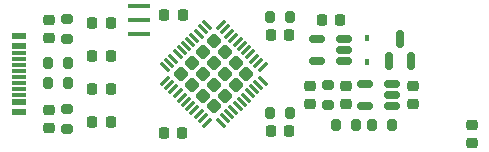
<source format=gtp>
%TF.GenerationSoftware,KiCad,Pcbnew,(6.0.0-0)*%
%TF.CreationDate,2023-05-28T12:50:48+10:00*%
%TF.ProjectId,atmega32u4-dev,61746d65-6761-4333-9275-342d6465762e,v1.0.0*%
%TF.SameCoordinates,Original*%
%TF.FileFunction,Paste,Top*%
%TF.FilePolarity,Positive*%
%FSLAX46Y46*%
G04 Gerber Fmt 4.6, Leading zero omitted, Abs format (unit mm)*
G04 Created by KiCad (PCBNEW (6.0.0-0)) date 2023-05-28 12:50:48*
%MOMM*%
%LPD*%
G01*
G04 APERTURE LIST*
G04 Aperture macros list*
%AMRoundRect*
0 Rectangle with rounded corners*
0 $1 Rounding radius*
0 $2 $3 $4 $5 $6 $7 $8 $9 X,Y pos of 4 corners*
0 Add a 4 corners polygon primitive as box body*
4,1,4,$2,$3,$4,$5,$6,$7,$8,$9,$2,$3,0*
0 Add four circle primitives for the rounded corners*
1,1,$1+$1,$2,$3*
1,1,$1+$1,$4,$5*
1,1,$1+$1,$6,$7*
1,1,$1+$1,$8,$9*
0 Add four rect primitives between the rounded corners*
20,1,$1+$1,$2,$3,$4,$5,0*
20,1,$1+$1,$4,$5,$6,$7,0*
20,1,$1+$1,$6,$7,$8,$9,0*
20,1,$1+$1,$8,$9,$2,$3,0*%
G04 Aperture macros list end*
%ADD10RoundRect,0.225000X0.250000X-0.225000X0.250000X0.225000X-0.250000X0.225000X-0.250000X-0.225000X0*%
%ADD11RoundRect,0.225000X-0.250000X0.225000X-0.250000X-0.225000X0.250000X-0.225000X0.250000X0.225000X0*%
%ADD12RoundRect,0.218750X-0.218750X-0.256250X0.218750X-0.256250X0.218750X0.256250X-0.218750X0.256250X0*%
%ADD13RoundRect,0.150000X0.150000X-0.587500X0.150000X0.587500X-0.150000X0.587500X-0.150000X-0.587500X0*%
%ADD14RoundRect,0.200000X-0.275000X0.200000X-0.275000X-0.200000X0.275000X-0.200000X0.275000X0.200000X0*%
%ADD15RoundRect,0.200000X0.200000X0.275000X-0.200000X0.275000X-0.200000X-0.275000X0.200000X-0.275000X0*%
%ADD16RoundRect,0.225000X0.225000X0.250000X-0.225000X0.250000X-0.225000X-0.250000X0.225000X-0.250000X0*%
%ADD17RoundRect,0.250000X0.000000X0.388909X-0.388909X0.000000X0.000000X-0.388909X0.388909X0.000000X0*%
%ADD18RoundRect,0.062500X0.291682X0.380070X-0.380070X-0.291682X-0.291682X-0.380070X0.380070X0.291682X0*%
%ADD19RoundRect,0.062500X-0.291682X0.380070X-0.380070X0.291682X0.291682X-0.380070X0.380070X-0.291682X0*%
%ADD20RoundRect,0.200000X0.275000X-0.200000X0.275000X0.200000X-0.275000X0.200000X-0.275000X-0.200000X0*%
%ADD21RoundRect,0.200000X-0.200000X-0.275000X0.200000X-0.275000X0.200000X0.275000X-0.200000X0.275000X0*%
%ADD22RoundRect,0.218750X0.256250X-0.218750X0.256250X0.218750X-0.256250X0.218750X-0.256250X-0.218750X0*%
%ADD23RoundRect,0.150000X0.512500X0.150000X-0.512500X0.150000X-0.512500X-0.150000X0.512500X-0.150000X0*%
%ADD24RoundRect,0.225000X-0.225000X-0.250000X0.225000X-0.250000X0.225000X0.250000X-0.225000X0.250000X0*%
%ADD25R,1.900000X0.400000*%
%ADD26R,0.450000X0.600000*%
%ADD27R,1.160000X0.600000*%
%ADD28R,1.160000X0.300000*%
G04 APERTURE END LIST*
D10*
%TO.C,C5*%
X131191000Y-90183000D03*
X131191000Y-88633000D03*
%TD*%
D11*
%TO.C,C3*%
X125476000Y-88633000D03*
X125476000Y-90183000D03*
%TD*%
D12*
%TO.C,D6*%
X103987500Y-83312000D03*
X105562500Y-83312000D03*
%TD*%
D13*
%TO.C,Q1*%
X129098000Y-86535500D03*
X130998000Y-86535500D03*
X130048000Y-84660500D03*
%TD*%
D14*
%TO.C,R5*%
X101854000Y-90615000D03*
X101854000Y-92265000D03*
%TD*%
D15*
%TO.C,R8*%
X120713000Y-82804000D03*
X119063000Y-82804000D03*
%TD*%
D16*
%TO.C,C10*%
X111595200Y-92608400D03*
X110045200Y-92608400D03*
%TD*%
%TO.C,C9*%
X111646000Y-82677000D03*
X110096000Y-82677000D03*
%TD*%
D17*
%TO.C,U3*%
X115219239Y-87630000D03*
X115219239Y-89468478D03*
X117057716Y-87630000D03*
X114300000Y-84872284D03*
X112461522Y-86710761D03*
X111542284Y-87630000D03*
X114300000Y-88549239D03*
X113380761Y-89468478D03*
X112461522Y-88549239D03*
X116138478Y-86710761D03*
X114300000Y-86710761D03*
X113380761Y-87630000D03*
X113380761Y-85791522D03*
X115219239Y-85791522D03*
X116138478Y-88549239D03*
X114300000Y-90387716D03*
D18*
X118427736Y-87037798D03*
X118074182Y-86684245D03*
X117720629Y-86330691D03*
X117367076Y-85977138D03*
X117013522Y-85623585D03*
X116659969Y-85270031D03*
X116306415Y-84916478D03*
X115952862Y-84562924D03*
X115599309Y-84209371D03*
X115245755Y-83855818D03*
X114892202Y-83502264D03*
D19*
X113707798Y-83502264D03*
X113354245Y-83855818D03*
X113000691Y-84209371D03*
X112647138Y-84562924D03*
X112293585Y-84916478D03*
X111940031Y-85270031D03*
X111586478Y-85623585D03*
X111232924Y-85977138D03*
X110879371Y-86330691D03*
X110525818Y-86684245D03*
X110172264Y-87037798D03*
D18*
X110172264Y-88222202D03*
X110525818Y-88575755D03*
X110879371Y-88929309D03*
X111232924Y-89282862D03*
X111586478Y-89636415D03*
X111940031Y-89989969D03*
X112293585Y-90343522D03*
X112647138Y-90697076D03*
X113000691Y-91050629D03*
X113354245Y-91404182D03*
X113707798Y-91757736D03*
D19*
X114892202Y-91757736D03*
X115245755Y-91404182D03*
X115599309Y-91050629D03*
X115952862Y-90697076D03*
X116306415Y-90343522D03*
X116659969Y-89989969D03*
X117013522Y-89636415D03*
X117367076Y-89282862D03*
X117720629Y-88929309D03*
X118074182Y-88575755D03*
X118427736Y-88222202D03*
%TD*%
D20*
%TO.C,R4*%
X101854000Y-84645000D03*
X101854000Y-82995000D03*
%TD*%
D11*
%TO.C,C2*%
X100330000Y-90678000D03*
X100330000Y-92228000D03*
%TD*%
D21*
%TO.C,R6*%
X100275000Y-86741000D03*
X101925000Y-86741000D03*
%TD*%
D15*
%TO.C,R1*%
X129349000Y-91948000D03*
X127699000Y-91948000D03*
%TD*%
D12*
%TO.C,D4*%
X103987500Y-86106000D03*
X105562500Y-86106000D03*
%TD*%
D22*
%TO.C,D1*%
X136144000Y-93497500D03*
X136144000Y-91922500D03*
%TD*%
D16*
%TO.C,C4*%
X124981000Y-83058000D03*
X123431000Y-83058000D03*
%TD*%
D23*
%TO.C,U2*%
X125343500Y-86548000D03*
X125343500Y-85598000D03*
X125343500Y-84648000D03*
X123068500Y-84648000D03*
X123068500Y-86548000D03*
%TD*%
D10*
%TO.C,C1*%
X100330000Y-84595000D03*
X100330000Y-83045000D03*
%TD*%
D23*
%TO.C,U1*%
X129407500Y-90358000D03*
X129407500Y-89408000D03*
X129407500Y-88458000D03*
X127132500Y-88458000D03*
X127132500Y-90358000D03*
%TD*%
D15*
%TO.C,R9*%
X120713000Y-90932000D03*
X119063000Y-90932000D03*
%TD*%
D24*
%TO.C,C7*%
X119113000Y-92456000D03*
X120663000Y-92456000D03*
%TD*%
D25*
%TO.C,Y1*%
X107950000Y-84285000D03*
X107950000Y-83085000D03*
X107950000Y-81885000D03*
%TD*%
D24*
%TO.C,C8*%
X119113000Y-84328000D03*
X120663000Y-84328000D03*
%TD*%
D26*
%TO.C,D2*%
X127254000Y-84548000D03*
X127254000Y-86648000D03*
%TD*%
D12*
%TO.C,D5*%
X103987500Y-88900000D03*
X105562500Y-88900000D03*
%TD*%
D27*
%TO.C,J2*%
X97760000Y-84430000D03*
X97760000Y-85230000D03*
D28*
X97760000Y-86380000D03*
X97760000Y-87380000D03*
X97760000Y-87880000D03*
X97760000Y-88880000D03*
D27*
X97760000Y-90030000D03*
X97760000Y-90830000D03*
X97760000Y-90830000D03*
X97760000Y-90030000D03*
D28*
X97760000Y-89380000D03*
X97760000Y-88380000D03*
X97760000Y-86880000D03*
X97760000Y-85880000D03*
D27*
X97760000Y-85230000D03*
X97760000Y-84430000D03*
%TD*%
D14*
%TO.C,R3*%
X123952000Y-88583000D03*
X123952000Y-90233000D03*
%TD*%
D21*
%TO.C,R7*%
X100275000Y-88392000D03*
X101925000Y-88392000D03*
%TD*%
D12*
%TO.C,D3*%
X103987500Y-91694000D03*
X105562500Y-91694000D03*
%TD*%
D15*
%TO.C,R2*%
X126301000Y-91948000D03*
X124651000Y-91948000D03*
%TD*%
D11*
%TO.C,C6*%
X122428000Y-88633000D03*
X122428000Y-90183000D03*
%TD*%
M02*

</source>
